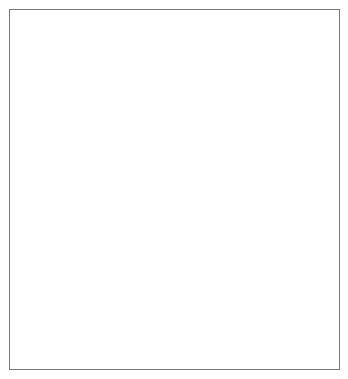
<source format=gko>
G75*
%MOIN*%
%OFA0B0*%
%FSLAX25Y25*%
%IPPOS*%
%LPD*%
%AMOC8*
5,1,8,0,0,1.08239X$1,22.5*
%
%ADD10C,0.00472*%
D10*
X0001236Y0001236D02*
X0001236Y0121236D01*
X0111236Y0121236D01*
X0111236Y0001236D01*
X0001236Y0001236D01*
M02*

</source>
